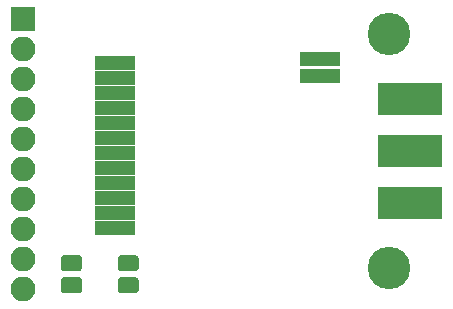
<source format=gbr>
%TF.GenerationSoftware,KiCad,Pcbnew,(5.0.0)*%
%TF.CreationDate,2018-08-05T20:37:26+03:00*%
%TF.ProjectId,lora1276Breakout,6C6F726131323736427265616B6F7574,1.0*%
%TF.SameCoordinates,Original*%
%TF.FileFunction,Soldermask,Top*%
%TF.FilePolarity,Negative*%
%FSLAX46Y46*%
G04 Gerber Fmt 4.6, Leading zero omitted, Abs format (unit mm)*
G04 Created by KiCad (PCBNEW (5.0.0)) date 08/05/18 20:37:26*
%MOMM*%
%LPD*%
G01*
G04 APERTURE LIST*
%ADD10C,3.600000*%
%ADD11R,3.400000X1.200000*%
%ADD12R,5.480000X2.690000*%
%ADD13R,5.480000X2.820000*%
%ADD14C,0.100000*%
%ADD15C,1.375000*%
%ADD16R,2.100000X2.100000*%
%ADD17O,2.100000X2.100000*%
G04 APERTURE END LIST*
D10*
X173228000Y-83820000D03*
D11*
X150049906Y-86284381D03*
X150049906Y-87554381D03*
X150049906Y-88824381D03*
X150049906Y-90094381D03*
X150049906Y-91364381D03*
X150049906Y-92634381D03*
X150049906Y-93904381D03*
X150049906Y-95174381D03*
X150049906Y-96444381D03*
X150049906Y-97714381D03*
X150049906Y-98984381D03*
X167349906Y-85894381D03*
X167349906Y-87394381D03*
X150049906Y-100254381D03*
D12*
X175006000Y-93726000D03*
D13*
X175006000Y-98106000D03*
X175006000Y-89346000D03*
D10*
X173228000Y-103632000D03*
D14*
G36*
X151719943Y-104391655D02*
X151753312Y-104396605D01*
X151786035Y-104404802D01*
X151817797Y-104416166D01*
X151848293Y-104430590D01*
X151877227Y-104447932D01*
X151904323Y-104468028D01*
X151929318Y-104490682D01*
X151951972Y-104515677D01*
X151972068Y-104542773D01*
X151989410Y-104571707D01*
X152003834Y-104602203D01*
X152015198Y-104633965D01*
X152023395Y-104666688D01*
X152028345Y-104700057D01*
X152030000Y-104733750D01*
X152030000Y-105421250D01*
X152028345Y-105454943D01*
X152023395Y-105488312D01*
X152015198Y-105521035D01*
X152003834Y-105552797D01*
X151989410Y-105583293D01*
X151972068Y-105612227D01*
X151951972Y-105639323D01*
X151929318Y-105664318D01*
X151904323Y-105686972D01*
X151877227Y-105707068D01*
X151848293Y-105724410D01*
X151817797Y-105738834D01*
X151786035Y-105750198D01*
X151753312Y-105758395D01*
X151719943Y-105763345D01*
X151686250Y-105765000D01*
X150573750Y-105765000D01*
X150540057Y-105763345D01*
X150506688Y-105758395D01*
X150473965Y-105750198D01*
X150442203Y-105738834D01*
X150411707Y-105724410D01*
X150382773Y-105707068D01*
X150355677Y-105686972D01*
X150330682Y-105664318D01*
X150308028Y-105639323D01*
X150287932Y-105612227D01*
X150270590Y-105583293D01*
X150256166Y-105552797D01*
X150244802Y-105521035D01*
X150236605Y-105488312D01*
X150231655Y-105454943D01*
X150230000Y-105421250D01*
X150230000Y-104733750D01*
X150231655Y-104700057D01*
X150236605Y-104666688D01*
X150244802Y-104633965D01*
X150256166Y-104602203D01*
X150270590Y-104571707D01*
X150287932Y-104542773D01*
X150308028Y-104515677D01*
X150330682Y-104490682D01*
X150355677Y-104468028D01*
X150382773Y-104447932D01*
X150411707Y-104430590D01*
X150442203Y-104416166D01*
X150473965Y-104404802D01*
X150506688Y-104396605D01*
X150540057Y-104391655D01*
X150573750Y-104390000D01*
X151686250Y-104390000D01*
X151719943Y-104391655D01*
X151719943Y-104391655D01*
G37*
D15*
X151130000Y-105077500D03*
D14*
G36*
X151719943Y-102516655D02*
X151753312Y-102521605D01*
X151786035Y-102529802D01*
X151817797Y-102541166D01*
X151848293Y-102555590D01*
X151877227Y-102572932D01*
X151904323Y-102593028D01*
X151929318Y-102615682D01*
X151951972Y-102640677D01*
X151972068Y-102667773D01*
X151989410Y-102696707D01*
X152003834Y-102727203D01*
X152015198Y-102758965D01*
X152023395Y-102791688D01*
X152028345Y-102825057D01*
X152030000Y-102858750D01*
X152030000Y-103546250D01*
X152028345Y-103579943D01*
X152023395Y-103613312D01*
X152015198Y-103646035D01*
X152003834Y-103677797D01*
X151989410Y-103708293D01*
X151972068Y-103737227D01*
X151951972Y-103764323D01*
X151929318Y-103789318D01*
X151904323Y-103811972D01*
X151877227Y-103832068D01*
X151848293Y-103849410D01*
X151817797Y-103863834D01*
X151786035Y-103875198D01*
X151753312Y-103883395D01*
X151719943Y-103888345D01*
X151686250Y-103890000D01*
X150573750Y-103890000D01*
X150540057Y-103888345D01*
X150506688Y-103883395D01*
X150473965Y-103875198D01*
X150442203Y-103863834D01*
X150411707Y-103849410D01*
X150382773Y-103832068D01*
X150355677Y-103811972D01*
X150330682Y-103789318D01*
X150308028Y-103764323D01*
X150287932Y-103737227D01*
X150270590Y-103708293D01*
X150256166Y-103677797D01*
X150244802Y-103646035D01*
X150236605Y-103613312D01*
X150231655Y-103579943D01*
X150230000Y-103546250D01*
X150230000Y-102858750D01*
X150231655Y-102825057D01*
X150236605Y-102791688D01*
X150244802Y-102758965D01*
X150256166Y-102727203D01*
X150270590Y-102696707D01*
X150287932Y-102667773D01*
X150308028Y-102640677D01*
X150330682Y-102615682D01*
X150355677Y-102593028D01*
X150382773Y-102572932D01*
X150411707Y-102555590D01*
X150442203Y-102541166D01*
X150473965Y-102529802D01*
X150506688Y-102521605D01*
X150540057Y-102516655D01*
X150573750Y-102515000D01*
X151686250Y-102515000D01*
X151719943Y-102516655D01*
X151719943Y-102516655D01*
G37*
D15*
X151130000Y-103202500D03*
D14*
G36*
X146909943Y-102516655D02*
X146943312Y-102521605D01*
X146976035Y-102529802D01*
X147007797Y-102541166D01*
X147038293Y-102555590D01*
X147067227Y-102572932D01*
X147094323Y-102593028D01*
X147119318Y-102615682D01*
X147141972Y-102640677D01*
X147162068Y-102667773D01*
X147179410Y-102696707D01*
X147193834Y-102727203D01*
X147205198Y-102758965D01*
X147213395Y-102791688D01*
X147218345Y-102825057D01*
X147220000Y-102858750D01*
X147220000Y-103546250D01*
X147218345Y-103579943D01*
X147213395Y-103613312D01*
X147205198Y-103646035D01*
X147193834Y-103677797D01*
X147179410Y-103708293D01*
X147162068Y-103737227D01*
X147141972Y-103764323D01*
X147119318Y-103789318D01*
X147094323Y-103811972D01*
X147067227Y-103832068D01*
X147038293Y-103849410D01*
X147007797Y-103863834D01*
X146976035Y-103875198D01*
X146943312Y-103883395D01*
X146909943Y-103888345D01*
X146876250Y-103890000D01*
X145763750Y-103890000D01*
X145730057Y-103888345D01*
X145696688Y-103883395D01*
X145663965Y-103875198D01*
X145632203Y-103863834D01*
X145601707Y-103849410D01*
X145572773Y-103832068D01*
X145545677Y-103811972D01*
X145520682Y-103789318D01*
X145498028Y-103764323D01*
X145477932Y-103737227D01*
X145460590Y-103708293D01*
X145446166Y-103677797D01*
X145434802Y-103646035D01*
X145426605Y-103613312D01*
X145421655Y-103579943D01*
X145420000Y-103546250D01*
X145420000Y-102858750D01*
X145421655Y-102825057D01*
X145426605Y-102791688D01*
X145434802Y-102758965D01*
X145446166Y-102727203D01*
X145460590Y-102696707D01*
X145477932Y-102667773D01*
X145498028Y-102640677D01*
X145520682Y-102615682D01*
X145545677Y-102593028D01*
X145572773Y-102572932D01*
X145601707Y-102555590D01*
X145632203Y-102541166D01*
X145663965Y-102529802D01*
X145696688Y-102521605D01*
X145730057Y-102516655D01*
X145763750Y-102515000D01*
X146876250Y-102515000D01*
X146909943Y-102516655D01*
X146909943Y-102516655D01*
G37*
D15*
X146320000Y-103202500D03*
D14*
G36*
X146909943Y-104391655D02*
X146943312Y-104396605D01*
X146976035Y-104404802D01*
X147007797Y-104416166D01*
X147038293Y-104430590D01*
X147067227Y-104447932D01*
X147094323Y-104468028D01*
X147119318Y-104490682D01*
X147141972Y-104515677D01*
X147162068Y-104542773D01*
X147179410Y-104571707D01*
X147193834Y-104602203D01*
X147205198Y-104633965D01*
X147213395Y-104666688D01*
X147218345Y-104700057D01*
X147220000Y-104733750D01*
X147220000Y-105421250D01*
X147218345Y-105454943D01*
X147213395Y-105488312D01*
X147205198Y-105521035D01*
X147193834Y-105552797D01*
X147179410Y-105583293D01*
X147162068Y-105612227D01*
X147141972Y-105639323D01*
X147119318Y-105664318D01*
X147094323Y-105686972D01*
X147067227Y-105707068D01*
X147038293Y-105724410D01*
X147007797Y-105738834D01*
X146976035Y-105750198D01*
X146943312Y-105758395D01*
X146909943Y-105763345D01*
X146876250Y-105765000D01*
X145763750Y-105765000D01*
X145730057Y-105763345D01*
X145696688Y-105758395D01*
X145663965Y-105750198D01*
X145632203Y-105738834D01*
X145601707Y-105724410D01*
X145572773Y-105707068D01*
X145545677Y-105686972D01*
X145520682Y-105664318D01*
X145498028Y-105639323D01*
X145477932Y-105612227D01*
X145460590Y-105583293D01*
X145446166Y-105552797D01*
X145434802Y-105521035D01*
X145426605Y-105488312D01*
X145421655Y-105454943D01*
X145420000Y-105421250D01*
X145420000Y-104733750D01*
X145421655Y-104700057D01*
X145426605Y-104666688D01*
X145434802Y-104633965D01*
X145446166Y-104602203D01*
X145460590Y-104571707D01*
X145477932Y-104542773D01*
X145498028Y-104515677D01*
X145520682Y-104490682D01*
X145545677Y-104468028D01*
X145572773Y-104447932D01*
X145601707Y-104430590D01*
X145632203Y-104416166D01*
X145663965Y-104404802D01*
X145696688Y-104396605D01*
X145730057Y-104391655D01*
X145763750Y-104390000D01*
X146876250Y-104390000D01*
X146909943Y-104391655D01*
X146909943Y-104391655D01*
G37*
D15*
X146320000Y-105077500D03*
D16*
X142240000Y-82550000D03*
D17*
X142240000Y-85090000D03*
X142240000Y-87630000D03*
X142240000Y-90170000D03*
X142240000Y-92710000D03*
X142240000Y-95250000D03*
X142240000Y-97790000D03*
X142240000Y-100330000D03*
X142240000Y-102870000D03*
X142240000Y-105410000D03*
M02*

</source>
